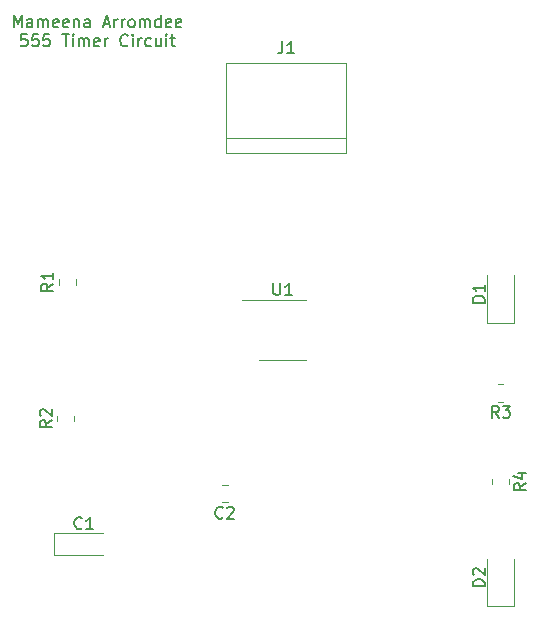
<source format=gbr>
%TF.GenerationSoftware,KiCad,Pcbnew,(6.0.10)*%
%TF.CreationDate,2023-02-17T09:15:48-08:00*%
%TF.ProjectId,Exercise II,45786572-6369-4736-9520-49492e6b6963,rev?*%
%TF.SameCoordinates,Original*%
%TF.FileFunction,Legend,Top*%
%TF.FilePolarity,Positive*%
%FSLAX46Y46*%
G04 Gerber Fmt 4.6, Leading zero omitted, Abs format (unit mm)*
G04 Created by KiCad (PCBNEW (6.0.10)) date 2023-02-17 09:15:48*
%MOMM*%
%LPD*%
G01*
G04 APERTURE LIST*
%ADD10C,0.150000*%
%ADD11C,0.120000*%
G04 APERTURE END LIST*
D10*
X111419571Y-59718380D02*
X111419571Y-58718380D01*
X111752904Y-59432666D01*
X112086238Y-58718380D01*
X112086238Y-59718380D01*
X112991000Y-59718380D02*
X112991000Y-59194571D01*
X112943380Y-59099333D01*
X112848142Y-59051714D01*
X112657666Y-59051714D01*
X112562428Y-59099333D01*
X112991000Y-59670761D02*
X112895761Y-59718380D01*
X112657666Y-59718380D01*
X112562428Y-59670761D01*
X112514809Y-59575523D01*
X112514809Y-59480285D01*
X112562428Y-59385047D01*
X112657666Y-59337428D01*
X112895761Y-59337428D01*
X112991000Y-59289809D01*
X113467190Y-59718380D02*
X113467190Y-59051714D01*
X113467190Y-59146952D02*
X113514809Y-59099333D01*
X113610047Y-59051714D01*
X113752904Y-59051714D01*
X113848142Y-59099333D01*
X113895761Y-59194571D01*
X113895761Y-59718380D01*
X113895761Y-59194571D02*
X113943380Y-59099333D01*
X114038619Y-59051714D01*
X114181476Y-59051714D01*
X114276714Y-59099333D01*
X114324333Y-59194571D01*
X114324333Y-59718380D01*
X115181476Y-59670761D02*
X115086238Y-59718380D01*
X114895761Y-59718380D01*
X114800523Y-59670761D01*
X114752904Y-59575523D01*
X114752904Y-59194571D01*
X114800523Y-59099333D01*
X114895761Y-59051714D01*
X115086238Y-59051714D01*
X115181476Y-59099333D01*
X115229095Y-59194571D01*
X115229095Y-59289809D01*
X114752904Y-59385047D01*
X116038619Y-59670761D02*
X115943380Y-59718380D01*
X115752904Y-59718380D01*
X115657666Y-59670761D01*
X115610047Y-59575523D01*
X115610047Y-59194571D01*
X115657666Y-59099333D01*
X115752904Y-59051714D01*
X115943380Y-59051714D01*
X116038619Y-59099333D01*
X116086238Y-59194571D01*
X116086238Y-59289809D01*
X115610047Y-59385047D01*
X116514809Y-59051714D02*
X116514809Y-59718380D01*
X116514809Y-59146952D02*
X116562428Y-59099333D01*
X116657666Y-59051714D01*
X116800523Y-59051714D01*
X116895761Y-59099333D01*
X116943380Y-59194571D01*
X116943380Y-59718380D01*
X117848142Y-59718380D02*
X117848142Y-59194571D01*
X117800523Y-59099333D01*
X117705285Y-59051714D01*
X117514809Y-59051714D01*
X117419571Y-59099333D01*
X117848142Y-59670761D02*
X117752904Y-59718380D01*
X117514809Y-59718380D01*
X117419571Y-59670761D01*
X117371952Y-59575523D01*
X117371952Y-59480285D01*
X117419571Y-59385047D01*
X117514809Y-59337428D01*
X117752904Y-59337428D01*
X117848142Y-59289809D01*
X119038619Y-59432666D02*
X119514809Y-59432666D01*
X118943380Y-59718380D02*
X119276714Y-58718380D01*
X119610047Y-59718380D01*
X119943380Y-59718380D02*
X119943380Y-59051714D01*
X119943380Y-59242190D02*
X119991000Y-59146952D01*
X120038619Y-59099333D01*
X120133857Y-59051714D01*
X120229095Y-59051714D01*
X120562428Y-59718380D02*
X120562428Y-59051714D01*
X120562428Y-59242190D02*
X120610047Y-59146952D01*
X120657666Y-59099333D01*
X120752904Y-59051714D01*
X120848142Y-59051714D01*
X121324333Y-59718380D02*
X121229095Y-59670761D01*
X121181476Y-59623142D01*
X121133857Y-59527904D01*
X121133857Y-59242190D01*
X121181476Y-59146952D01*
X121229095Y-59099333D01*
X121324333Y-59051714D01*
X121467190Y-59051714D01*
X121562428Y-59099333D01*
X121610047Y-59146952D01*
X121657666Y-59242190D01*
X121657666Y-59527904D01*
X121610047Y-59623142D01*
X121562428Y-59670761D01*
X121467190Y-59718380D01*
X121324333Y-59718380D01*
X122086238Y-59718380D02*
X122086238Y-59051714D01*
X122086238Y-59146952D02*
X122133857Y-59099333D01*
X122229095Y-59051714D01*
X122371952Y-59051714D01*
X122467190Y-59099333D01*
X122514809Y-59194571D01*
X122514809Y-59718380D01*
X122514809Y-59194571D02*
X122562428Y-59099333D01*
X122657666Y-59051714D01*
X122800523Y-59051714D01*
X122895761Y-59099333D01*
X122943380Y-59194571D01*
X122943380Y-59718380D01*
X123848142Y-59718380D02*
X123848142Y-58718380D01*
X123848142Y-59670761D02*
X123752904Y-59718380D01*
X123562428Y-59718380D01*
X123467190Y-59670761D01*
X123419571Y-59623142D01*
X123371952Y-59527904D01*
X123371952Y-59242190D01*
X123419571Y-59146952D01*
X123467190Y-59099333D01*
X123562428Y-59051714D01*
X123752904Y-59051714D01*
X123848142Y-59099333D01*
X124705285Y-59670761D02*
X124610047Y-59718380D01*
X124419571Y-59718380D01*
X124324333Y-59670761D01*
X124276714Y-59575523D01*
X124276714Y-59194571D01*
X124324333Y-59099333D01*
X124419571Y-59051714D01*
X124610047Y-59051714D01*
X124705285Y-59099333D01*
X124752904Y-59194571D01*
X124752904Y-59289809D01*
X124276714Y-59385047D01*
X125562428Y-59670761D02*
X125467190Y-59718380D01*
X125276714Y-59718380D01*
X125181476Y-59670761D01*
X125133857Y-59575523D01*
X125133857Y-59194571D01*
X125181476Y-59099333D01*
X125276714Y-59051714D01*
X125467190Y-59051714D01*
X125562428Y-59099333D01*
X125610047Y-59194571D01*
X125610047Y-59289809D01*
X125133857Y-59385047D01*
X112538619Y-60328380D02*
X112062428Y-60328380D01*
X112014809Y-60804571D01*
X112062428Y-60756952D01*
X112157666Y-60709333D01*
X112395761Y-60709333D01*
X112491000Y-60756952D01*
X112538619Y-60804571D01*
X112586238Y-60899809D01*
X112586238Y-61137904D01*
X112538619Y-61233142D01*
X112491000Y-61280761D01*
X112395761Y-61328380D01*
X112157666Y-61328380D01*
X112062428Y-61280761D01*
X112014809Y-61233142D01*
X113491000Y-60328380D02*
X113014809Y-60328380D01*
X112967190Y-60804571D01*
X113014809Y-60756952D01*
X113110047Y-60709333D01*
X113348142Y-60709333D01*
X113443380Y-60756952D01*
X113491000Y-60804571D01*
X113538619Y-60899809D01*
X113538619Y-61137904D01*
X113491000Y-61233142D01*
X113443380Y-61280761D01*
X113348142Y-61328380D01*
X113110047Y-61328380D01*
X113014809Y-61280761D01*
X112967190Y-61233142D01*
X114443380Y-60328380D02*
X113967190Y-60328380D01*
X113919571Y-60804571D01*
X113967190Y-60756952D01*
X114062428Y-60709333D01*
X114300523Y-60709333D01*
X114395761Y-60756952D01*
X114443380Y-60804571D01*
X114491000Y-60899809D01*
X114491000Y-61137904D01*
X114443380Y-61233142D01*
X114395761Y-61280761D01*
X114300523Y-61328380D01*
X114062428Y-61328380D01*
X113967190Y-61280761D01*
X113919571Y-61233142D01*
X115538619Y-60328380D02*
X116110047Y-60328380D01*
X115824333Y-61328380D02*
X115824333Y-60328380D01*
X116443380Y-61328380D02*
X116443380Y-60661714D01*
X116443380Y-60328380D02*
X116395761Y-60376000D01*
X116443380Y-60423619D01*
X116491000Y-60376000D01*
X116443380Y-60328380D01*
X116443380Y-60423619D01*
X116919571Y-61328380D02*
X116919571Y-60661714D01*
X116919571Y-60756952D02*
X116967190Y-60709333D01*
X117062428Y-60661714D01*
X117205285Y-60661714D01*
X117300523Y-60709333D01*
X117348142Y-60804571D01*
X117348142Y-61328380D01*
X117348142Y-60804571D02*
X117395761Y-60709333D01*
X117491000Y-60661714D01*
X117633857Y-60661714D01*
X117729095Y-60709333D01*
X117776714Y-60804571D01*
X117776714Y-61328380D01*
X118633857Y-61280761D02*
X118538619Y-61328380D01*
X118348142Y-61328380D01*
X118252904Y-61280761D01*
X118205285Y-61185523D01*
X118205285Y-60804571D01*
X118252904Y-60709333D01*
X118348142Y-60661714D01*
X118538619Y-60661714D01*
X118633857Y-60709333D01*
X118681476Y-60804571D01*
X118681476Y-60899809D01*
X118205285Y-60995047D01*
X119110047Y-61328380D02*
X119110047Y-60661714D01*
X119110047Y-60852190D02*
X119157666Y-60756952D01*
X119205285Y-60709333D01*
X119300523Y-60661714D01*
X119395761Y-60661714D01*
X121062428Y-61233142D02*
X121014809Y-61280761D01*
X120871952Y-61328380D01*
X120776714Y-61328380D01*
X120633857Y-61280761D01*
X120538619Y-61185523D01*
X120491000Y-61090285D01*
X120443380Y-60899809D01*
X120443380Y-60756952D01*
X120491000Y-60566476D01*
X120538619Y-60471238D01*
X120633857Y-60376000D01*
X120776714Y-60328380D01*
X120871952Y-60328380D01*
X121014809Y-60376000D01*
X121062428Y-60423619D01*
X121491000Y-61328380D02*
X121491000Y-60661714D01*
X121491000Y-60328380D02*
X121443380Y-60376000D01*
X121491000Y-60423619D01*
X121538619Y-60376000D01*
X121491000Y-60328380D01*
X121491000Y-60423619D01*
X121967190Y-61328380D02*
X121967190Y-60661714D01*
X121967190Y-60852190D02*
X122014809Y-60756952D01*
X122062428Y-60709333D01*
X122157666Y-60661714D01*
X122252904Y-60661714D01*
X123014809Y-61280761D02*
X122919571Y-61328380D01*
X122729095Y-61328380D01*
X122633857Y-61280761D01*
X122586238Y-61233142D01*
X122538619Y-61137904D01*
X122538619Y-60852190D01*
X122586238Y-60756952D01*
X122633857Y-60709333D01*
X122729095Y-60661714D01*
X122919571Y-60661714D01*
X123014809Y-60709333D01*
X123871952Y-60661714D02*
X123871952Y-61328380D01*
X123443380Y-60661714D02*
X123443380Y-61185523D01*
X123491000Y-61280761D01*
X123586238Y-61328380D01*
X123729095Y-61328380D01*
X123824333Y-61280761D01*
X123871952Y-61233142D01*
X124348142Y-61328380D02*
X124348142Y-60661714D01*
X124348142Y-60328380D02*
X124300523Y-60376000D01*
X124348142Y-60423619D01*
X124395761Y-60376000D01*
X124348142Y-60328380D01*
X124348142Y-60423619D01*
X124681476Y-60661714D02*
X125062428Y-60661714D01*
X124824333Y-60328380D02*
X124824333Y-61185523D01*
X124871952Y-61280761D01*
X124967190Y-61328380D01*
X125062428Y-61328380D01*
%TO.C,D2*%
X151286380Y-107037095D02*
X150286380Y-107037095D01*
X150286380Y-106799000D01*
X150334000Y-106656142D01*
X150429238Y-106560904D01*
X150524476Y-106513285D01*
X150714952Y-106465666D01*
X150857809Y-106465666D01*
X151048285Y-106513285D01*
X151143523Y-106560904D01*
X151238761Y-106656142D01*
X151286380Y-106799000D01*
X151286380Y-107037095D01*
X150381619Y-106084714D02*
X150334000Y-106037095D01*
X150286380Y-105941857D01*
X150286380Y-105703761D01*
X150334000Y-105608523D01*
X150381619Y-105560904D01*
X150476857Y-105513285D01*
X150572095Y-105513285D01*
X150714952Y-105560904D01*
X151286380Y-106132333D01*
X151286380Y-105513285D01*
%TO.C,R4*%
X154756380Y-98337666D02*
X154280190Y-98671000D01*
X154756380Y-98909095D02*
X153756380Y-98909095D01*
X153756380Y-98528142D01*
X153804000Y-98432904D01*
X153851619Y-98385285D01*
X153946857Y-98337666D01*
X154089714Y-98337666D01*
X154184952Y-98385285D01*
X154232571Y-98432904D01*
X154280190Y-98528142D01*
X154280190Y-98909095D01*
X154089714Y-97480523D02*
X154756380Y-97480523D01*
X153708761Y-97718619D02*
X154423047Y-97956714D01*
X154423047Y-97337666D01*
%TO.C,U1*%
X133412095Y-81384380D02*
X133412095Y-82193904D01*
X133459714Y-82289142D01*
X133507333Y-82336761D01*
X133602571Y-82384380D01*
X133793047Y-82384380D01*
X133888285Y-82336761D01*
X133935904Y-82289142D01*
X133983523Y-82193904D01*
X133983523Y-81384380D01*
X134983523Y-82384380D02*
X134412095Y-82384380D01*
X134697809Y-82384380D02*
X134697809Y-81384380D01*
X134602571Y-81527238D01*
X134507333Y-81622476D01*
X134412095Y-81670095D01*
%TO.C,D1*%
X151286380Y-83034095D02*
X150286380Y-83034095D01*
X150286380Y-82796000D01*
X150334000Y-82653142D01*
X150429238Y-82557904D01*
X150524476Y-82510285D01*
X150714952Y-82462666D01*
X150857809Y-82462666D01*
X151048285Y-82510285D01*
X151143523Y-82557904D01*
X151238761Y-82653142D01*
X151286380Y-82796000D01*
X151286380Y-83034095D01*
X151286380Y-81510285D02*
X151286380Y-82081714D01*
X151286380Y-81796000D02*
X150286380Y-81796000D01*
X150429238Y-81891238D01*
X150524476Y-81986476D01*
X150572095Y-82081714D01*
%TO.C,R3*%
X152487333Y-92780380D02*
X152154000Y-92304190D01*
X151915904Y-92780380D02*
X151915904Y-91780380D01*
X152296857Y-91780380D01*
X152392095Y-91828000D01*
X152439714Y-91875619D01*
X152487333Y-91970857D01*
X152487333Y-92113714D01*
X152439714Y-92208952D01*
X152392095Y-92256571D01*
X152296857Y-92304190D01*
X151915904Y-92304190D01*
X152820666Y-91780380D02*
X153439714Y-91780380D01*
X153106380Y-92161333D01*
X153249238Y-92161333D01*
X153344476Y-92208952D01*
X153392095Y-92256571D01*
X153439714Y-92351809D01*
X153439714Y-92589904D01*
X153392095Y-92685142D01*
X153344476Y-92732761D01*
X153249238Y-92780380D01*
X152963523Y-92780380D01*
X152868285Y-92732761D01*
X152820666Y-92685142D01*
%TO.C,J1*%
X134159666Y-60920380D02*
X134159666Y-61634666D01*
X134112047Y-61777523D01*
X134016809Y-61872761D01*
X133873952Y-61920380D01*
X133778714Y-61920380D01*
X135159666Y-61920380D02*
X134588238Y-61920380D01*
X134873952Y-61920380D02*
X134873952Y-60920380D01*
X134778714Y-61063238D01*
X134683476Y-61158476D01*
X134588238Y-61206095D01*
%TO.C,C2*%
X129119333Y-101224142D02*
X129071714Y-101271761D01*
X128928857Y-101319380D01*
X128833619Y-101319380D01*
X128690761Y-101271761D01*
X128595523Y-101176523D01*
X128547904Y-101081285D01*
X128500285Y-100890809D01*
X128500285Y-100747952D01*
X128547904Y-100557476D01*
X128595523Y-100462238D01*
X128690761Y-100367000D01*
X128833619Y-100319380D01*
X128928857Y-100319380D01*
X129071714Y-100367000D01*
X129119333Y-100414619D01*
X129500285Y-100414619D02*
X129547904Y-100367000D01*
X129643142Y-100319380D01*
X129881238Y-100319380D01*
X129976476Y-100367000D01*
X130024095Y-100414619D01*
X130071714Y-100509857D01*
X130071714Y-100605095D01*
X130024095Y-100747952D01*
X129452666Y-101319380D01*
X130071714Y-101319380D01*
%TO.C,C1*%
X117181333Y-102112142D02*
X117133714Y-102159761D01*
X116990857Y-102207380D01*
X116895619Y-102207380D01*
X116752761Y-102159761D01*
X116657523Y-102064523D01*
X116609904Y-101969285D01*
X116562285Y-101778809D01*
X116562285Y-101635952D01*
X116609904Y-101445476D01*
X116657523Y-101350238D01*
X116752761Y-101255000D01*
X116895619Y-101207380D01*
X116990857Y-101207380D01*
X117133714Y-101255000D01*
X117181333Y-101302619D01*
X118133714Y-102207380D02*
X117562285Y-102207380D01*
X117848000Y-102207380D02*
X117848000Y-101207380D01*
X117752761Y-101350238D01*
X117657523Y-101445476D01*
X117562285Y-101493095D01*
%TO.C,R1*%
X114753380Y-81446666D02*
X114277190Y-81780000D01*
X114753380Y-82018095D02*
X113753380Y-82018095D01*
X113753380Y-81637142D01*
X113801000Y-81541904D01*
X113848619Y-81494285D01*
X113943857Y-81446666D01*
X114086714Y-81446666D01*
X114181952Y-81494285D01*
X114229571Y-81541904D01*
X114277190Y-81637142D01*
X114277190Y-82018095D01*
X114753380Y-80494285D02*
X114753380Y-81065714D01*
X114753380Y-80780000D02*
X113753380Y-80780000D01*
X113896238Y-80875238D01*
X113991476Y-80970476D01*
X114039095Y-81065714D01*
%TO.C,R2*%
X114626380Y-93003666D02*
X114150190Y-93337000D01*
X114626380Y-93575095D02*
X113626380Y-93575095D01*
X113626380Y-93194142D01*
X113674000Y-93098904D01*
X113721619Y-93051285D01*
X113816857Y-93003666D01*
X113959714Y-93003666D01*
X114054952Y-93051285D01*
X114102571Y-93098904D01*
X114150190Y-93194142D01*
X114150190Y-93575095D01*
X113721619Y-92622714D02*
X113674000Y-92575095D01*
X113626380Y-92479857D01*
X113626380Y-92241761D01*
X113674000Y-92146523D01*
X113721619Y-92098904D01*
X113816857Y-92051285D01*
X113912095Y-92051285D01*
X114054952Y-92098904D01*
X114626380Y-92670333D01*
X114626380Y-92051285D01*
D11*
%TO.C,D2*%
X153789000Y-108759000D02*
X153789000Y-104699000D01*
X151519000Y-104699000D02*
X151519000Y-108759000D01*
X151519000Y-108759000D02*
X153789000Y-108759000D01*
%TO.C,R4*%
X151919000Y-97943936D02*
X151919000Y-98398064D01*
X153389000Y-97943936D02*
X153389000Y-98398064D01*
%TO.C,U1*%
X134174000Y-82772000D02*
X130724000Y-82772000D01*
X134174000Y-82772000D02*
X136124000Y-82772000D01*
X134174000Y-87892000D02*
X136124000Y-87892000D01*
X134174000Y-87892000D02*
X132224000Y-87892000D01*
%TO.C,D1*%
X151519000Y-80696000D02*
X151519000Y-84756000D01*
X151519000Y-84756000D02*
X153789000Y-84756000D01*
X153789000Y-84756000D02*
X153789000Y-80696000D01*
%TO.C,R3*%
X152881064Y-91413000D02*
X152426936Y-91413000D01*
X152881064Y-89943000D02*
X152426936Y-89943000D01*
%TO.C,J1*%
X129413000Y-70358000D02*
X139573000Y-70358000D01*
X139573000Y-69088000D02*
X129413000Y-69088000D01*
X129413000Y-62738000D02*
X129413000Y-70358000D01*
X139573000Y-70358000D02*
X139573000Y-62738000D01*
X139573000Y-62738000D02*
X129413000Y-62738000D01*
%TO.C,C2*%
X129547252Y-98452000D02*
X129024748Y-98452000D01*
X129547252Y-99922000D02*
X129024748Y-99922000D01*
%TO.C,C1*%
X114863000Y-102570000D02*
X114863000Y-104440000D01*
X118948000Y-102570000D02*
X114863000Y-102570000D01*
X114863000Y-104440000D02*
X118948000Y-104440000D01*
%TO.C,R1*%
X115216000Y-81507064D02*
X115216000Y-81052936D01*
X116686000Y-81507064D02*
X116686000Y-81052936D01*
%TO.C,R2*%
X115089000Y-93064064D02*
X115089000Y-92609936D01*
X116559000Y-93064064D02*
X116559000Y-92609936D01*
%TD*%
M02*

</source>
